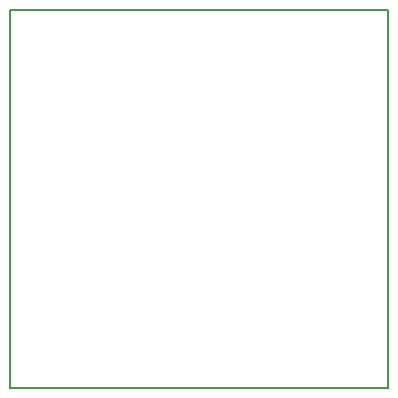
<source format=gbr>
G04 DipTrace 2.3.1.0*
%INminishiftmaster_BoardOutline.gbr*%
%MOIN*%
%ADD11C,0.0055*%
%FSLAX44Y44*%
G04*
G70*
G90*
G75*
G01*
%LNBoardOutline*%
%LPD*%
X3937Y3937D2*
D11*
X16535D1*
Y16535D1*
X3937D1*
Y3937D1*
M02*

</source>
